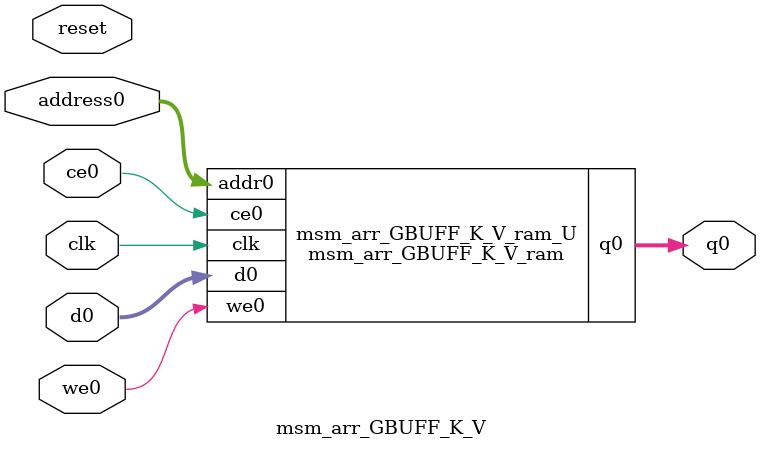
<source format=v>
`timescale 1 ns / 1 ps
module msm_arr_GBUFF_K_V_ram (addr0, ce0, d0, we0, q0,  clk);

parameter DWIDTH = 4;
parameter AWIDTH = 7;
parameter MEM_SIZE = 128;

input[AWIDTH-1:0] addr0;
input ce0;
input[DWIDTH-1:0] d0;
input we0;
output reg[DWIDTH-1:0] q0;
input clk;

reg [DWIDTH-1:0] ram[0:MEM_SIZE-1];




always @(posedge clk)  
begin 
    if (ce0) begin
        if (we0) 
            ram[addr0] <= d0; 
        q0 <= ram[addr0];
    end
end


endmodule

`timescale 1 ns / 1 ps
module msm_arr_GBUFF_K_V(
    reset,
    clk,
    address0,
    ce0,
    we0,
    d0,
    q0);

parameter DataWidth = 32'd4;
parameter AddressRange = 32'd128;
parameter AddressWidth = 32'd7;
input reset;
input clk;
input[AddressWidth - 1:0] address0;
input ce0;
input we0;
input[DataWidth - 1:0] d0;
output[DataWidth - 1:0] q0;



msm_arr_GBUFF_K_V_ram msm_arr_GBUFF_K_V_ram_U(
    .clk( clk ),
    .addr0( address0 ),
    .ce0( ce0 ),
    .we0( we0 ),
    .d0( d0 ),
    .q0( q0 ));

endmodule


</source>
